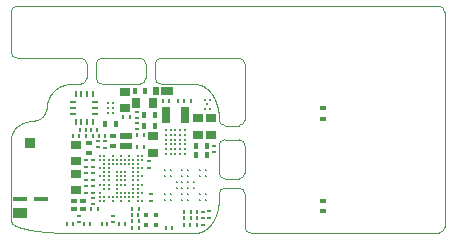
<source format=gtp>
G04*
G04 #@! TF.GenerationSoftware,Altium Limited,Altium Designer,23.10.1 (27)*
G04*
G04 Layer_Color=8421504*
%FSLAX44Y44*%
%MOMM*%
G71*
G04*
G04 #@! TF.SameCoordinates,75C69956-F49F-4592-A11B-EFE5AB9CB6E8*
G04*
G04*
G04 #@! TF.FilePolarity,Positive*
G04*
G01*
G75*
%ADD16C,0.0500*%
%ADD17R,0.4834X0.2548*%
%ADD18R,0.2548X0.4834*%
%ADD19R,0.8500X0.7500*%
%ADD20R,0.4700X0.4200*%
%ADD21C,0.1500*%
%ADD22C,0.1700*%
%ADD23C,0.2000*%
%ADD24C,0.2200*%
%ADD25C,0.2295*%
%ADD26C,0.1900*%
%ADD27R,1.0500X0.7000*%
%ADD28R,0.5200X0.7000*%
%ADD29R,0.3000X0.2000*%
%ADD30R,0.2000X0.3000*%
%ADD31R,1.1400X0.5750*%
%ADD32R,0.5500X0.4500*%
%ADD33R,0.4000X0.2300*%
%ADD34R,0.7500X0.8500*%
%ADD35R,0.7500X1.3500*%
%ADD36R,0.4500X0.5500*%
%ADD37R,0.2300X0.4000*%
%ADD38R,1.1500X0.9500*%
%ADD39R,0.9500X0.9500*%
%ADD40R,1.1500X0.4500*%
%ADD41R,0.4000X0.4000*%
G04:AMPARAMS|DCode=42|XSize=0.4mm|YSize=0.4mm|CornerRadius=0.0875mm|HoleSize=0mm|Usage=FLASHONLY|Rotation=90.000|XOffset=0mm|YOffset=0mm|HoleType=Round|Shape=RoundedRectangle|*
%AMROUNDEDRECTD42*
21,1,0.4000,0.2250,0,0,90.0*
21,1,0.2250,0.4000,0,0,90.0*
1,1,0.1750,0.1125,0.1125*
1,1,0.1750,0.1125,-0.1125*
1,1,0.1750,-0.1125,-0.1125*
1,1,0.1750,-0.1125,0.1125*
%
%ADD42ROUNDEDRECTD42*%
D16*
X198000Y143000D02*
G03*
X193000Y148000I-5000J0D01*
G01*
X198000Y33000D02*
G03*
X193000Y38000I-5000J0D01*
G01*
Y46000D02*
G03*
X198000Y51000I0J5000D01*
G01*
X198000Y74000D02*
G03*
X193000Y79000I-5000J0D01*
G01*
X193000Y91000D02*
G03*
X198000Y96000I0J5000D01*
G01*
X198000Y5000D02*
G03*
X203000Y0I5000J0D01*
G01*
X64000Y143000D02*
G03*
X59000Y148000I-5000J0D01*
G01*
X77000D02*
G03*
X72000Y143000I0J-5000D01*
G01*
X0Y153000D02*
G03*
X5000Y148000I5000J0D01*
G01*
X127000Y148000D02*
G03*
X122000Y143000I0J-5000D01*
G01*
X114000D02*
G03*
X109000Y148000I-5000J0D01*
G01*
X5000Y192000D02*
G03*
X0Y187000I0J-5000D01*
G01*
X367000D02*
G03*
X362000Y192000I-5000J0D01*
G01*
Y0D02*
G03*
X367000Y5000I0J5000D01*
G01*
X122000Y131000D02*
G03*
X127000Y126000I5000J0D01*
G01*
X59000D02*
G03*
X64000Y131000I0J5000D01*
G01*
X109000Y126000D02*
G03*
X114000Y131000I0J5000D01*
G01*
X72000Y131000D02*
G03*
X77000Y126000I5000J0D01*
G01*
X181000Y79000D02*
G03*
X176000Y74000I0J-5000D01*
G01*
X176000Y96000D02*
G03*
X181000Y91000I5000J0D01*
G01*
X181000Y38000D02*
G03*
X176000Y33000I0J-5000D01*
G01*
X176000Y51000D02*
G03*
X181000Y46000I5000J0D01*
G01*
X20000Y95000D02*
G03*
X30000Y105000I0J10000D01*
G01*
X0Y153000D02*
X0Y187000D01*
X203000Y0D02*
X362000D01*
X64000Y143045D02*
X64000Y131000D01*
X72000Y143000D02*
X72000Y131000D01*
X114000Y143000D02*
X114000Y131000D01*
X122000Y143000D02*
X122000Y131000D01*
X127000Y148000D02*
X193000D01*
X198000Y143000D02*
X198000Y96000D01*
X181000Y91000D02*
X193000D01*
X192000Y79000D02*
X193000D01*
X181000D02*
X192000D01*
X181000Y46000D02*
X193011D01*
X181000Y38000D02*
X193000D01*
X198000Y5000D02*
Y30000D01*
Y33000D01*
Y51000D02*
Y74000D01*
X77000Y148000D02*
X109000D01*
X5000Y148000D02*
X59000D01*
X5000Y192000D02*
X362000Y192000D01*
X367000Y5000D02*
Y187000D01*
X77000Y126000D02*
X109000D01*
X176000Y51000D02*
Y74000D01*
Y30000D02*
Y33000D01*
X127000Y126000D02*
X156000D01*
X175990Y29058D02*
X175998Y29529D01*
X175879Y26708D02*
X175911Y27177D01*
X175800Y25773D02*
X175842Y26240D01*
X175754Y25307D02*
X175800Y25773D01*
X175842Y26240D02*
X175879Y26708D01*
X175978Y28587D02*
X175990Y29058D01*
X175702Y24842D02*
X175754Y25307D01*
X175646Y24379D02*
X175702Y24842D01*
X175961Y28116D02*
X175978Y28587D01*
X175584Y23916D02*
X175646Y24379D01*
X175938Y27646D02*
X175961Y28116D01*
X175911Y27177D02*
X175938Y27646D01*
X175518Y23456D02*
X175584Y23916D01*
X173215Y14729D02*
X173373Y15136D01*
X173526Y15547D01*
X174228Y17655D02*
X174355Y18086D01*
X174097Y17227D02*
X174228Y17655D01*
X173960Y16802D02*
X174097Y17227D01*
X173053Y14325D02*
X173215Y14729D01*
X172887Y13925D02*
X173053Y14325D01*
X173820Y16380D02*
X173960Y16802D01*
X173675Y15962D02*
X173820Y16380D01*
X173526Y15547D02*
X173675Y15962D01*
X174596Y18956D02*
X174709Y19396D01*
X174922Y20282D02*
X175021Y20729D01*
X175447Y22997D02*
X175518Y23456D01*
X175372Y22539D02*
X175447Y22997D01*
X174818Y19838D02*
X174922Y20282D01*
X174709Y19396D02*
X174818Y19838D01*
X175291Y22084D02*
X175372Y22539D01*
X175206Y21630D02*
X175291Y22084D01*
X174478Y18520D02*
X174596Y18956D01*
X175116Y21179D02*
X175206Y21630D01*
X174355Y18086D02*
X174478Y18520D01*
X175021Y20729D02*
X175116Y21179D01*
X168008Y6010D02*
X168258Y6295D01*
X168748Y6885D02*
X168989Y7188D01*
X170142Y8787D02*
X170362Y9123D01*
X168505Y6587D02*
X168748Y6885D01*
X169918Y8456D02*
X170142Y8787D01*
X168258Y6295D02*
X168505Y6587D01*
X169691Y8131D02*
X169918Y8456D01*
X169460Y7811D02*
X169691Y8131D01*
X167756Y5730D02*
X168008Y6010D01*
X169226Y7497D02*
X169460Y7811D01*
X168989Y7188D02*
X169226Y7497D01*
X170362Y9123D02*
X170579Y9464D01*
X167242Y5188D02*
X167500Y5455D01*
X165909Y3941D02*
X166181Y4178D01*
X165635Y3711D02*
X165909Y3941D01*
X165359Y3487D02*
X165635Y3711D01*
X166980Y4926D02*
X167242Y5188D01*
X166716Y4670D02*
X166980Y4926D01*
X165080Y3270D02*
X165359Y3487D01*
X164799Y3059D02*
X165080Y3270D01*
X166450Y4421D02*
X166716Y4670D01*
X164516Y2855D02*
X164799Y3059D01*
X166181Y4178D02*
X166450Y4421D01*
X167500Y5455D02*
X167756Y5730D01*
X162180Y1468D02*
X162478Y1618D01*
X160363Y723D02*
X160669Y829D01*
X160056Y623D02*
X160363Y723D01*
X161881Y1326D02*
X162180Y1468D01*
X159748Y531D02*
X160056Y623D01*
X161580Y1191D02*
X161881Y1326D01*
X161277Y1063D02*
X161580Y1191D01*
X159439Y447D02*
X159748Y531D01*
X159129Y369D02*
X159439Y447D01*
X160974Y943D02*
X161277Y1063D01*
X160669Y829D02*
X160974Y943D01*
X162478Y1618D02*
X162775Y1774D01*
X172542Y13138D02*
X172716Y13529D01*
X171410Y10877D02*
X171609Y11243D01*
X171208Y10517D02*
X171410Y10877D01*
X172363Y12750D02*
X172542Y13138D01*
X172180Y12366D02*
X172363Y12750D01*
X171002Y10161D02*
X171208Y10517D01*
X170793Y9810D02*
X171002Y10161D01*
X171994Y11987D02*
X172180Y12366D01*
X170579Y9464D02*
X170793Y9810D01*
X171803Y11613D02*
X171994Y11987D01*
X172716Y13529D02*
X172887Y13925D01*
X171609Y11243D02*
X171803Y11613D01*
X156000Y0D02*
X156314Y4D01*
X156628Y15D01*
X156942Y33D01*
X157256Y59D01*
X158507Y237D02*
X158818Y299D01*
X158195Y181D02*
X158507Y237D01*
X157882Y133D02*
X158195Y181D01*
X157569Y93D02*
X157882Y133D01*
X157256Y59D02*
X157569Y93D01*
X158818Y299D02*
X159129Y369D01*
X162775Y1774D02*
X163069Y1937D01*
X163943Y2467D02*
X164230Y2658D01*
X163654Y2284D02*
X163943Y2467D01*
X163363Y2107D02*
X163654Y2284D01*
X163069Y1937D02*
X163363Y2107D01*
X164230Y2658D02*
X164516Y2855D01*
X175998Y29529D02*
X176000Y30000D01*
X175990Y96942D02*
X175998Y96471D01*
X175879Y99292D02*
X175911Y98823D01*
X175800Y100227D02*
X175842Y99760D01*
X175754Y100693D02*
X175800Y100227D01*
X175842Y99760D02*
X175879Y99292D01*
X175978Y97413D02*
X175990Y96942D01*
X175702Y101158D02*
X175754Y100693D01*
X175646Y101621D02*
X175702Y101158D01*
X175961Y97884D02*
X175978Y97413D01*
X175584Y102084D02*
X175646Y101621D01*
X175938Y98354D02*
X175961Y97884D01*
X175911Y98823D02*
X175938Y98354D01*
X175518Y102544D02*
X175584Y102084D01*
X173215Y111271D02*
X173373Y110864D01*
X173526Y110453D01*
X174228Y108345D02*
X174355Y107914D01*
X174097Y108773D02*
X174228Y108345D01*
X173960Y109198D02*
X174097Y108773D01*
X173053Y111675D02*
X173215Y111271D01*
X172887Y112075D02*
X173053Y111675D01*
X173820Y109620D02*
X173960Y109198D01*
X173675Y110038D02*
X173820Y109620D01*
X173526Y110453D02*
X173675Y110038D01*
X174596Y107044D02*
X174709Y106604D01*
X174922Y105717D02*
X175021Y105271D01*
X175447Y103003D02*
X175518Y102544D01*
X175372Y103461D02*
X175447Y103003D01*
X174818Y106162D02*
X174922Y105717D01*
X174709Y106604D02*
X174818Y106162D01*
X175291Y103916D02*
X175372Y103461D01*
X175206Y104370D02*
X175291Y103916D01*
X174478Y107480D02*
X174596Y107044D01*
X175116Y104821D02*
X175206Y104370D01*
X174355Y107914D02*
X174478Y107480D01*
X175021Y105271D02*
X175116Y104821D01*
X168008Y119991D02*
X168258Y119705D01*
X168748Y119115D02*
X168989Y118812D01*
X170142Y117213D02*
X170362Y116877D01*
X168505Y119413D02*
X168748Y119115D01*
X169918Y117544D02*
X170142Y117213D01*
X168258Y119705D02*
X168505Y119413D01*
X169691Y117869D02*
X169918Y117544D01*
X169460Y118189D02*
X169691Y117869D01*
X167756Y120270D02*
X168008Y119991D01*
X169226Y118503D02*
X169460Y118189D01*
X168989Y118812D02*
X169226Y118503D01*
X170362Y116877D02*
X170579Y116536D01*
X167242Y120812D02*
X167500Y120544D01*
X165909Y122059D02*
X166181Y121822D01*
X165635Y122289D02*
X165909Y122059D01*
X165359Y122513D02*
X165635Y122289D01*
X166980Y121074D02*
X167242Y120812D01*
X166716Y121330D02*
X166980Y121074D01*
X165080Y122730D02*
X165359Y122513D01*
X164799Y122941D02*
X165080Y122730D01*
X166450Y121579D02*
X166716Y121330D01*
X164516Y123145D02*
X164799Y122941D01*
X166181Y121822D02*
X166450Y121579D01*
X167500Y120544D02*
X167756Y120270D01*
X162180Y124532D02*
X162478Y124382D01*
X160363Y125277D02*
X160669Y125171D01*
X160056Y125377D02*
X160363Y125277D01*
X161881Y124674D02*
X162180Y124532D01*
X159748Y125469D02*
X160056Y125377D01*
X161580Y124809D02*
X161881Y124674D01*
X161277Y124937D02*
X161580Y124809D01*
X159439Y125553D02*
X159748Y125469D01*
X159129Y125631D02*
X159439Y125553D01*
X160974Y125057D02*
X161277Y124937D01*
X160669Y125171D02*
X160974Y125057D01*
X162478Y124382D02*
X162775Y124226D01*
X172542Y112863D02*
X172716Y112471D01*
X171410Y115123D02*
X171609Y114757D01*
X171208Y115483D02*
X171410Y115123D01*
X172363Y113250D02*
X172542Y112863D01*
X172180Y113633D02*
X172363Y113250D01*
X171002Y115839D02*
X171208Y115483D01*
X170793Y116190D02*
X171002Y115839D01*
X171994Y114012D02*
X172180Y113633D01*
X170579Y116536D02*
X170793Y116190D01*
X171803Y114387D02*
X171994Y114012D01*
X172716Y112471D02*
X172887Y112075D01*
X171609Y114757D02*
X171803Y114387D01*
X156000Y126000D02*
X156314Y125996D01*
X156628Y125985D01*
X156942Y125967D01*
X157256Y125941D01*
X158507Y125763D02*
X158818Y125701D01*
X158195Y125819D02*
X158507Y125763D01*
X157882Y125867D02*
X158195Y125819D01*
X157569Y125907D02*
X157882Y125867D01*
X157256Y125941D02*
X157569Y125907D01*
X158818Y125701D02*
X159129Y125631D01*
X162775Y124226D02*
X163069Y124063D01*
X163943Y123533D02*
X164230Y123342D01*
X163654Y123716D02*
X163943Y123533D01*
X163363Y123893D02*
X163654Y123716D01*
X163069Y124063D02*
X163363Y123893D01*
X164230Y123342D02*
X164516Y123145D01*
X175998Y96471D02*
X176000Y96000D01*
X50000Y126000D02*
X59000D01*
X884Y84411D02*
X979Y84635D01*
X628Y83730D02*
X709Y83958D01*
X415Y83042D02*
X482Y83272D01*
X1405Y85522D02*
X1522Y85740D01*
X2785Y87636D02*
X2947Y87837D01*
X4197Y89194D02*
X4391Y89379D01*
X154Y9215D02*
X222Y9059D01*
X616Y8436D02*
X745Y8281D01*
X4792Y89742D02*
X4998Y89920D01*
X5207Y90095D02*
X5421Y90268D01*
X5858Y90607D02*
X6082Y90772D01*
X6309Y90934D02*
X6540Y91095D01*
X7495Y91706D02*
X7742Y91852D01*
X5099Y5601D02*
X5450Y5460D01*
X9550Y92790D02*
X9819Y92911D01*
X10920Y93365D02*
X11201Y93470D01*
X11484Y93572D01*
X6963Y4910D02*
X7368Y4775D01*
X18118Y94933D02*
X18431Y94954D01*
X19058Y94983D02*
X19372Y94993D01*
X30062Y106648D02*
X30089Y106976D01*
X30121Y107304D02*
X30158Y107632D01*
X30354Y108935D02*
X30415Y109258D01*
X31182Y112114D02*
X31291Y112423D01*
X31405Y112731D02*
X31522Y113036D01*
X31772Y113642D02*
X31904Y113941D01*
X32474Y115117D02*
X32627Y115405D01*
X34590Y118386D02*
X34792Y118638D01*
X33063Y591D02*
X33804Y539D01*
X37992Y121793D02*
X38244Y121989D01*
X38758Y122369D02*
X39020Y122552D01*
X39550Y122905D02*
X39819Y123076D01*
X40641Y123559D02*
X40920Y123711D01*
X43522Y124868D02*
X43820Y124972D01*
X44119Y125072D02*
X44420Y125166D01*
X46860Y20D02*
X47645Y11D01*
X48429Y5D01*
X47805Y125873D02*
X48118Y125907D01*
X48431Y125935D02*
X48744Y125959D01*
X49058Y125977D02*
X49372Y125990D01*
X48744Y125959D02*
X49058Y125977D01*
X1522Y85740D02*
X1645Y85957D01*
X1772Y86173D02*
X1903Y86387D01*
X2325Y87019D02*
X2474Y87226D01*
X0Y80000D02*
X3Y80236D01*
X0Y10000D02*
Y80000D01*
X6Y9843D02*
X25Y9686D01*
X55Y9529D02*
X99Y9372D01*
X222Y9059D02*
X302Y8903D01*
X1571Y7513D02*
X1772Y7361D01*
X3228Y6465D02*
X3511Y6319D01*
X3806Y6173D01*
X4430Y5885D02*
X4759Y5742D01*
X5099Y5601D01*
X9819Y92911D02*
X10091Y93029D01*
X5812Y5321D02*
X6185Y5182D01*
X6568Y5045D01*
X9093Y4250D02*
X9549Y4122D01*
X16252Y94734D02*
X16561Y94777D01*
X11474Y3626D02*
X11980Y3505D01*
X17805Y94909D02*
X18118Y94933D01*
X13018Y3270D02*
X13552Y3155D01*
X18744Y94970D02*
X19058Y94983D01*
X30010Y105660D02*
X30022Y105989D01*
X31078Y111802D02*
X31182Y112114D01*
X23875Y1474D02*
X24548Y1393D01*
X25227Y1314D02*
X25912Y1237D01*
X32180Y114534D02*
X32325Y114826D01*
X30143Y822D02*
X30866Y761D01*
X31594Y702D02*
X32326Y646D01*
X36806Y354D02*
X37566Y314D01*
X39020Y122552D02*
X39283Y122731D01*
X40631Y177D02*
X41403Y149D01*
X45295Y44D02*
X46077Y31D01*
X46871Y125742D02*
X47182Y125791D01*
X47493Y125834D01*
X49215Y1D02*
X50000Y0D01*
X482Y83272D02*
X553Y83502D01*
X246Y82346D02*
X298Y82579D01*
X4391Y89379D02*
X4590Y89561D01*
X4792Y89742D01*
X302Y8903D02*
X394Y8747D01*
X745Y8281D02*
X886Y8126D01*
X7992Y91995D02*
X8244Y92135D01*
X3806Y6173D02*
X4112Y6029D01*
X8758Y92406D02*
X9020Y92537D01*
X4112Y6029D02*
X4430Y5885D01*
X6568Y5045D02*
X6963Y4910D01*
X10016Y3996D02*
X10492Y3871D01*
X10978Y3748D01*
X15331Y94586D02*
X15637Y94639D01*
X15944Y94688D02*
X16252Y94734D01*
X17493Y94882D02*
X17805Y94909D01*
X18431Y94954D02*
X18744Y94970D01*
X14094Y3041D02*
X14645Y2929D01*
X30089Y106976D02*
X30121Y107304D01*
X19979Y2003D02*
X20611Y1910D01*
X30628Y110223D02*
X30709Y110541D01*
X22549Y1642D02*
X23209Y1557D01*
X30794Y110859D02*
X30884Y111175D01*
X30979Y111489D02*
X31078Y111802D01*
X31645Y113340D02*
X31772Y113642D01*
X33458Y116804D02*
X33637Y117075D01*
X34998Y118888D02*
X35207Y119133D01*
X33804Y539D02*
X34549Y489D01*
X36540Y120532D02*
X36774Y120752D01*
X37011Y120969D01*
X38500Y122181D02*
X38758Y122369D01*
X39093Y241D02*
X39861Y208D01*
X44513Y60D02*
X45295Y44D01*
X44420Y125166D02*
X44722Y125256D01*
X46077Y31D02*
X46860Y20D01*
X46252Y125628D02*
X46561Y125687D01*
X1182Y85081D02*
X1291Y85302D01*
X1903Y86387D02*
X2039Y86599D01*
X2180Y86810D01*
X22Y80707D02*
X39Y80942D01*
X3113Y88037D02*
X3284Y88235D01*
X3458Y88431D01*
X4006Y89006D02*
X4197Y89194D01*
X394Y8747D02*
X499Y8591D01*
X1985Y7210D02*
X2210Y7060D01*
X2447Y6910D02*
X2696Y6761D01*
X8244Y92135D02*
X8500Y92272D01*
X10091Y93029D02*
X10365Y93145D01*
X8646Y4379D02*
X9093Y4250D01*
X14119Y94337D02*
X14420Y94404D01*
X16561Y94777D02*
X16871Y94815D01*
X17182Y94850D01*
X15204Y2819D02*
X15773Y2710D01*
X30000Y105000D02*
X30003Y105330D01*
X18129Y2295D02*
X18738Y2196D01*
X19355Y2098D02*
X19979Y2003D01*
X20611Y1910D02*
X21250Y1819D01*
X30553Y109902D02*
X30628Y110223D01*
X31522Y113036D02*
X31645Y113340D01*
X25912Y1237D02*
X26604Y1162D01*
X28711Y952D02*
X29424Y886D01*
X34391Y118130D02*
X34590Y118386D01*
X35207Y119133D02*
X35421Y119375D01*
X35638Y119614D01*
X36082Y120081D02*
X36309Y120308D01*
X35298Y442D02*
X36050Y397D01*
X37011Y120969D02*
X37252Y121181D01*
X39283Y122731D02*
X39550Y122905D01*
X41484Y124001D02*
X41770Y124139D01*
X42057Y124273D01*
X42955Y100D02*
X43733Y79D01*
X44722Y125256D02*
X45026Y125340D01*
X45331Y125420D01*
X48429Y5D02*
X49215Y1D01*
X709Y83958D02*
X794Y84185D01*
X553Y83502D02*
X628Y83730D01*
X89Y81412D02*
X121Y81646D01*
X3Y80236D02*
X10Y80471D01*
X62Y81177D02*
X89Y81412D01*
X3637Y88625D02*
X3820Y88817D01*
X0Y10000D02*
X6Y9843D01*
X3820Y88817D02*
X4006Y89006D01*
X4998Y89920D02*
X5207Y90095D01*
X886Y8126D02*
X1039Y7972D01*
X1772Y7361D02*
X1985Y7210D01*
X2210Y7060D02*
X2447Y6910D01*
X2696Y6761D02*
X2956Y6613D01*
X8500Y92272D02*
X8758Y92406D01*
X9283Y92665D02*
X9550Y92790D01*
X12057Y93766D02*
X12346Y93858D01*
X7784Y4642D02*
X8210Y4510D01*
X14420Y94404D02*
X14723Y94468D01*
X15637Y94639D02*
X15944Y94688D01*
X30199Y107959D02*
X30246Y108285D01*
X21250Y1819D02*
X21896Y1729D01*
X30482Y109581D02*
X30553Y109902D01*
X30709Y110541D02*
X30794Y110859D01*
X30884Y111175D02*
X30979Y111489D01*
X32325Y114826D02*
X32474Y115117D01*
X33284Y116530D02*
X33458Y116804D01*
X34197Y117871D02*
X34391Y118130D01*
X34792Y118638D02*
X34998Y118888D01*
X34549Y489D02*
X35298Y442D01*
X37495Y121389D02*
X37742Y121593D01*
X36050Y397D02*
X36806Y354D01*
X37566Y314D02*
X38328Y276D01*
X42178Y123D02*
X42955Y100D01*
X42638Y124525D02*
X42930Y124644D01*
X43225Y124759D02*
X43522Y124868D01*
X43820Y124972D02*
X44119Y125072D01*
X45637Y125494D02*
X45944Y125564D01*
X46561Y125687D02*
X46871Y125742D01*
X979Y84635D02*
X1078Y84859D01*
X1182Y85081D01*
X1645Y85957D02*
X1772Y86173D01*
X200Y82114D02*
X246Y82346D01*
X121Y81646D02*
X158Y81880D01*
X39Y80942D02*
X62Y81177D01*
X10Y80471D02*
X22Y80707D01*
X5421Y90268D02*
X5638Y90439D01*
X1382Y7666D02*
X1571Y7513D01*
X6540Y91095D02*
X6774Y91252D01*
X7011Y91406D01*
X7251Y91558D01*
X7495Y91706D01*
X2956Y6613D02*
X3228Y6465D01*
X10641Y93257D02*
X10920Y93365D01*
X7368Y4775D02*
X7784Y4642D01*
X12637Y93947D02*
X12931Y94032D01*
X13225Y94113D01*
X13522Y94191D02*
X13820Y94266D01*
X15026Y94529D02*
X15331Y94586D01*
X9549Y4122D02*
X10016Y3996D01*
X10978Y3748D02*
X11474Y3626D01*
X19372Y94993D02*
X19686Y94998D01*
X30003Y105330D02*
X30010Y105660D01*
X30022Y105989D02*
X30040Y106319D01*
X30062Y106648D01*
X18738Y2196D02*
X19355Y2098D01*
X30246Y108285D02*
X30298Y108610D01*
X32947Y115972D02*
X33113Y116252D01*
X29424Y886D02*
X30143Y822D01*
X34006Y117609D02*
X34197Y117871D01*
X30866Y761D02*
X31594Y702D01*
X32326Y646D02*
X33063Y591D01*
X37252Y121181D02*
X37495Y121389D01*
X39819Y123076D02*
X40091Y123241D01*
X42057Y124273D02*
X42346Y124402D01*
X42638Y124525D01*
X42930Y124644D02*
X43225Y124759D01*
X49372Y125990D02*
X49686Y125997D01*
X50000Y0D02*
X156000D01*
X298Y82579D02*
X354Y82811D01*
X2627Y87432D02*
X2785Y87636D01*
X3458Y88431D02*
X3637Y88625D01*
X25Y9686D02*
X55Y9529D01*
X499Y8591D02*
X616Y8436D01*
X5638Y90439D02*
X5858Y90607D01*
X1204Y7819D02*
X1382Y7666D01*
X6082Y90772D02*
X6309Y90934D01*
X9020Y92537D02*
X9283Y92665D01*
X10365Y93145D02*
X10641Y93257D01*
X11770Y93671D02*
X12057Y93766D01*
X12346Y93858D02*
X12637Y93947D01*
X13225Y94113D02*
X13522Y94191D01*
X14723Y94468D02*
X15026Y94529D01*
X11980Y3505D02*
X12494Y3387D01*
X13552Y3155D02*
X14094Y3041D01*
X14645Y2929D02*
X15204Y2819D01*
X15773Y2710D02*
X16349Y2604D01*
X16934Y2499D01*
X30158Y107632D02*
X30199Y107959D01*
X30298Y108610D02*
X30354Y108935D01*
X30415Y109258D02*
X30482Y109581D01*
X21896Y1729D02*
X22549Y1642D01*
X32039Y114239D02*
X32180Y114534D01*
X32627Y115405D02*
X32785Y115690D01*
X27301Y1090D02*
X28003Y1020D01*
X28711Y952D01*
X32785Y115690D02*
X32947Y115972D01*
X35638Y119614D02*
X35858Y119849D01*
X37742Y121593D02*
X37992Y121793D01*
X39861Y208D02*
X40631Y177D01*
X41403Y149D02*
X42178Y123D01*
X40920Y123711D02*
X41201Y123859D01*
X45944Y125564D02*
X46252Y125628D01*
X794Y84185D02*
X884Y84411D01*
X1291Y85302D02*
X1405Y85522D01*
X354Y82811D02*
X415Y83042D01*
X158Y81880D02*
X200Y82114D01*
X2180Y86810D02*
X2325Y87019D01*
X2474Y87226D02*
X2627Y87432D01*
X2947Y87837D02*
X3113Y88037D01*
X99Y9372D02*
X154Y9215D01*
X1039Y7972D02*
X1204Y7819D01*
X7742Y91852D02*
X7992Y91995D01*
X5450Y5460D02*
X5812Y5321D01*
X11484Y93572D02*
X11770Y93671D01*
X8210Y4510D02*
X8646Y4379D01*
X13820Y94266D02*
X14119Y94337D01*
X17182Y94850D02*
X17493Y94882D01*
X12494Y3387D02*
X13018Y3270D01*
X19686Y94998D02*
X20000Y95000D01*
X16934Y2499D02*
X17528Y2396D01*
X18129Y2295D01*
X23209Y1557D02*
X23875Y1474D01*
X31291Y112423D02*
X31405Y112731D01*
X24548Y1393D02*
X25227Y1314D01*
X31904Y113941D02*
X32039Y114239D01*
X26604Y1162D02*
X27301Y1090D01*
X33113Y116252D02*
X33284Y116530D01*
X33637Y117075D02*
X33820Y117344D01*
X34006Y117609D01*
X35858Y119849D02*
X36082Y120081D01*
X36309Y120308D02*
X36540Y120532D01*
X38244Y121989D02*
X38500Y122181D01*
X38328Y276D02*
X39093Y241D01*
X40091Y123241D02*
X40365Y123402D01*
X40641Y123559D01*
X41201Y123859D02*
X41484Y124001D01*
X43733Y79D02*
X44513Y60D01*
X45331Y125420D02*
X45637Y125494D01*
X47493Y125834D02*
X47805Y125873D01*
X48118Y125907D02*
X48431Y125935D01*
X49686Y125997D02*
X50000Y126000D01*
D17*
X71333Y111001D02*
D03*
Y106000D02*
D03*
Y100999D02*
D03*
X52667D02*
D03*
Y106000D02*
D03*
Y111001D02*
D03*
D18*
X69502Y94189D02*
D03*
X64501D02*
D03*
X59499D02*
D03*
X54498D02*
D03*
Y117811D02*
D03*
X59499D02*
D03*
X64501D02*
D03*
X69502D02*
D03*
D19*
X55000Y74750D02*
D03*
Y61250D02*
D03*
X95978Y105500D02*
D03*
Y119000D02*
D03*
X55000Y49750D02*
D03*
Y36250D02*
D03*
X120000Y82000D02*
D03*
Y68000D02*
D03*
X169000Y97000D02*
D03*
Y83000D02*
D03*
X158000Y97000D02*
D03*
Y83000D02*
D03*
D20*
X52900Y27350D02*
D03*
Y20650D02*
D03*
X61100Y27350D02*
D03*
Y20650D02*
D03*
D21*
X128733Y11200D02*
D03*
X132733D02*
D03*
X136733D02*
D03*
X140733D02*
D03*
X128733Y15200D02*
D03*
X132733D02*
D03*
X136733D02*
D03*
X140733D02*
D03*
D22*
X130000Y28000D02*
D03*
X135000D02*
D03*
X145000D02*
D03*
X150000D02*
D03*
X160000D02*
D03*
X165000D02*
D03*
X130000Y33000D02*
D03*
X135000D02*
D03*
X145000D02*
D03*
X150000D02*
D03*
X160000D02*
D03*
X165000D02*
D03*
X140000Y38000D02*
D03*
X145000D02*
D03*
X150000D02*
D03*
X155000D02*
D03*
X140000Y43000D02*
D03*
X145000D02*
D03*
X150000D02*
D03*
X155000D02*
D03*
X130000Y48000D02*
D03*
X135000D02*
D03*
X145000D02*
D03*
X150000D02*
D03*
X160000D02*
D03*
X165000D02*
D03*
X130000Y53000D02*
D03*
X135000D02*
D03*
X145000D02*
D03*
X150000D02*
D03*
X160000D02*
D03*
X165000D02*
D03*
D23*
X168000Y113000D02*
D03*
X166000Y109000D02*
D03*
X168000Y105000D02*
D03*
X164000Y113000D02*
D03*
Y105000D02*
D03*
D24*
X131000Y67000D02*
D03*
X135000D02*
D03*
X139000D02*
D03*
X143000D02*
D03*
X147000D02*
D03*
X131000Y71000D02*
D03*
X135000D02*
D03*
X139000D02*
D03*
X143000D02*
D03*
X147000D02*
D03*
X131000Y75000D02*
D03*
X135000D02*
D03*
X139000D02*
D03*
X143000D02*
D03*
X147000D02*
D03*
X131000Y79000D02*
D03*
X135000D02*
D03*
X139000D02*
D03*
X143000D02*
D03*
X147000D02*
D03*
X131000Y83000D02*
D03*
X135000D02*
D03*
X139000D02*
D03*
X143000D02*
D03*
X147000D02*
D03*
X131000Y87000D02*
D03*
X135000D02*
D03*
X139000D02*
D03*
X143000D02*
D03*
X147000D02*
D03*
D25*
X82000Y102000D02*
D03*
Y106000D02*
D03*
Y110000D02*
D03*
X86000Y102000D02*
D03*
Y106000D02*
D03*
Y110000D02*
D03*
D26*
X110500Y65500D02*
D03*
X107000D02*
D03*
X103500Y58500D02*
D03*
X75500Y27000D02*
D03*
Y30500D02*
D03*
Y34000D02*
D03*
Y41000D02*
D03*
Y48000D02*
D03*
Y55000D02*
D03*
Y62000D02*
D03*
Y65500D02*
D03*
X79000Y27000D02*
D03*
Y30500D02*
D03*
Y37500D02*
D03*
Y41000D02*
D03*
Y44500D02*
D03*
Y48000D02*
D03*
Y51500D02*
D03*
Y55000D02*
D03*
Y58500D02*
D03*
Y62000D02*
D03*
Y65500D02*
D03*
X82500Y30500D02*
D03*
Y37500D02*
D03*
Y41000D02*
D03*
Y44500D02*
D03*
Y48000D02*
D03*
Y51500D02*
D03*
Y55000D02*
D03*
Y58500D02*
D03*
Y62000D02*
D03*
X86000Y27000D02*
D03*
Y30500D02*
D03*
X89500Y37500D02*
D03*
X86000Y58500D02*
D03*
Y62000D02*
D03*
Y65500D02*
D03*
X89500Y30500D02*
D03*
Y34000D02*
D03*
Y41000D02*
D03*
Y44500D02*
D03*
Y48000D02*
D03*
Y51500D02*
D03*
Y58500D02*
D03*
Y62000D02*
D03*
X93000Y27000D02*
D03*
Y30500D02*
D03*
Y34000D02*
D03*
Y41000D02*
D03*
Y44500D02*
D03*
Y48000D02*
D03*
Y51500D02*
D03*
Y58500D02*
D03*
Y62000D02*
D03*
X96500Y30500D02*
D03*
Y34000D02*
D03*
Y41000D02*
D03*
Y44500D02*
D03*
Y48000D02*
D03*
Y51500D02*
D03*
Y58500D02*
D03*
Y62000D02*
D03*
X100000Y27000D02*
D03*
Y30500D02*
D03*
Y34000D02*
D03*
Y58500D02*
D03*
Y62000D02*
D03*
Y65500D02*
D03*
X107000Y27000D02*
D03*
Y30500D02*
D03*
Y34000D02*
D03*
Y37500D02*
D03*
Y41000D02*
D03*
Y44500D02*
D03*
Y48000D02*
D03*
Y51500D02*
D03*
Y55000D02*
D03*
Y58500D02*
D03*
Y62000D02*
D03*
X110500Y27000D02*
D03*
Y34000D02*
D03*
Y41000D02*
D03*
Y48000D02*
D03*
Y55000D02*
D03*
Y62000D02*
D03*
X103500Y30500D02*
D03*
Y34000D02*
D03*
Y37500D02*
D03*
Y41000D02*
D03*
Y44500D02*
D03*
Y48000D02*
D03*
Y51500D02*
D03*
Y55000D02*
D03*
Y62000D02*
D03*
X93000Y65500D02*
D03*
D27*
X131750Y120000D02*
D03*
D28*
X122600D02*
D03*
D29*
X106750Y88000D02*
D03*
Y93500D02*
D03*
X73511Y77905D02*
D03*
Y72405D02*
D03*
X162266Y7173D02*
D03*
Y12673D02*
D03*
Y18173D02*
D03*
X106750Y102750D02*
D03*
Y97250D02*
D03*
X63000Y45250D02*
D03*
Y50750D02*
D03*
X167500Y12750D02*
D03*
Y18250D02*
D03*
X69000Y50750D02*
D03*
Y45250D02*
D03*
X63000Y61750D02*
D03*
Y56250D02*
D03*
X79250Y77750D02*
D03*
Y72250D02*
D03*
X69000Y34250D02*
D03*
Y39750D02*
D03*
X63000D02*
D03*
Y34250D02*
D03*
X116761Y55190D02*
D03*
Y60690D02*
D03*
X172000Y73750D02*
D03*
Y68250D02*
D03*
X118000Y27250D02*
D03*
Y32750D02*
D03*
X69000Y24250D02*
D03*
Y29750D02*
D03*
Y61750D02*
D03*
Y56250D02*
D03*
D30*
X112250Y72750D02*
D03*
X106750D02*
D03*
X146500Y17750D02*
D03*
X152000D02*
D03*
X157500D02*
D03*
X157423Y12342D02*
D03*
X151923D02*
D03*
X146423D02*
D03*
X146215Y7068D02*
D03*
X151715D02*
D03*
X157215D02*
D03*
X152250Y112000D02*
D03*
X146750D02*
D03*
X141250D02*
D03*
X102332Y4440D02*
D03*
X107832D02*
D03*
X107880Y9912D02*
D03*
X102381D02*
D03*
X63750Y87000D02*
D03*
X58250D02*
D03*
X67500D02*
D03*
X73000D02*
D03*
X136500Y4000D02*
D03*
X131000D02*
D03*
X100573Y98078D02*
D03*
X95073D02*
D03*
X96746Y7308D02*
D03*
X91245D02*
D03*
X63500Y81750D02*
D03*
X57750D02*
D03*
X102295Y15106D02*
D03*
X107795D02*
D03*
X112201Y83187D02*
D03*
X106701D02*
D03*
X79750Y82000D02*
D03*
X74250D02*
D03*
X52250Y81750D02*
D03*
X69000D02*
D03*
X67750Y20000D02*
D03*
X73250D02*
D03*
X128250Y112000D02*
D03*
X133750D02*
D03*
X102326Y20268D02*
D03*
X107826D02*
D03*
D31*
X97000Y73625D02*
D03*
Y81875D02*
D03*
D32*
X264000Y18500D02*
D03*
Y27500D02*
D03*
Y96500D02*
D03*
Y105500D02*
D03*
X86250Y73250D02*
D03*
Y82250D02*
D03*
X66000Y67500D02*
D03*
Y76500D02*
D03*
D33*
X86250Y9000D02*
D03*
Y14000D02*
D03*
X57250Y9000D02*
D03*
Y14000D02*
D03*
D34*
X120052Y109781D02*
D03*
X106052D02*
D03*
D35*
X131000Y100000D02*
D03*
X147000D02*
D03*
D36*
X112500D02*
D03*
X121500D02*
D03*
Y91000D02*
D03*
X112500D02*
D03*
X79497Y91895D02*
D03*
X88497D02*
D03*
X156500Y74000D02*
D03*
X165500D02*
D03*
X156500Y66000D02*
D03*
X165500D02*
D03*
X104500Y120000D02*
D03*
X113500D02*
D03*
D37*
X47500Y7250D02*
D03*
X52500D02*
D03*
X76500D02*
D03*
X81500D02*
D03*
X62000D02*
D03*
X67000D02*
D03*
D38*
X7245Y16632D02*
D03*
D39*
X16245Y76632D02*
D03*
D40*
X7245Y29132D02*
D03*
X25245D02*
D03*
D41*
X122250Y6750D02*
D03*
Y15250D02*
D03*
X113750D02*
D03*
D42*
Y6750D02*
D03*
M02*

</source>
